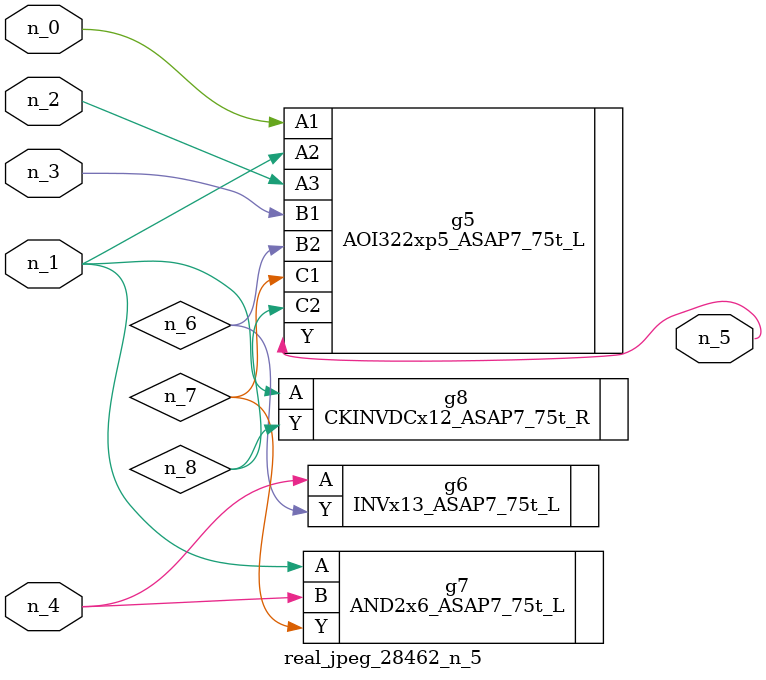
<source format=v>
module real_jpeg_28462_n_5 (n_4, n_0, n_1, n_2, n_3, n_5);

input n_4;
input n_0;
input n_1;
input n_2;
input n_3;

output n_5;

wire n_8;
wire n_6;
wire n_7;

AOI322xp5_ASAP7_75t_L g5 ( 
.A1(n_0),
.A2(n_1),
.A3(n_2),
.B1(n_3),
.B2(n_6),
.C1(n_7),
.C2(n_8),
.Y(n_5)
);

AND2x6_ASAP7_75t_L g7 ( 
.A(n_1),
.B(n_4),
.Y(n_7)
);

CKINVDCx12_ASAP7_75t_R g8 ( 
.A(n_1),
.Y(n_8)
);

INVx13_ASAP7_75t_L g6 ( 
.A(n_4),
.Y(n_6)
);


endmodule
</source>
